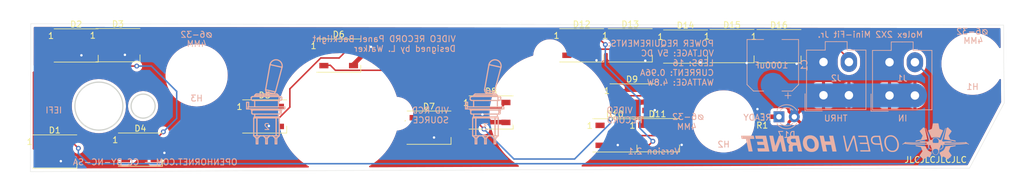
<source format=kicad_pcb>
(kicad_pcb (version 20211014) (generator pcbnew)
  (layers (0 "F.Cu" signal) (31 "B.Cu" signal) (34 "B.Paste" user) (35 "F.Paste" user) (36 "B.SilkS" user "B.Silkscreen") (37 "F.SilkS" user "F.Silkscreen") (38 "B.Mask" user) (39 "F.Mask" user) (44 "Edge.Cuts" user))
  (net 0 "")
  (net 1 "Net-(D1-Pad2)")
  (net 2 "Net-(D2-Pad2)")
  (net 3 "Net-(D3-Pad2)")
  (net 4 "Net-(D4-Pad2)")
  (net 5 "Net-(D5-Pad2)")
  (net 6 "Net-(D6-Pad2)")
  (net 7 "Net-(D7-Pad2)")
  (net 8 "Net-(D8-Pad2)")
  (net 9 "Net-(D10-Pad4)")
  (net 10 "Net-(D10-Pad2)")
  (net 11 "Net-(D11-Pad2)")
  (net 12 "Net-(D12-Pad2)")
  (net 13 "Net-(D13-Pad2)")
  (net 14 "Net-(D14-Pad2)")
  (net 15 "Net-(D15-Pad2)")
  (net 16 "/LED+5V")
  (net 17 "/LEDGND")
  (net 18 "/DATAIN")
  (net 19 "/DATAOUT")
  (net 20 "Net-(D17-Pad1)")
  (footprint "OH_Footprints:LED_WS2812B_PLCC4_5.0x5.0mm_P3.2mm" (layer "F.Cu") (at 60.616 88.6712)
    (fp_text reference "D1" (at 0 -3.5) (layer "F.SilkS"))
    (fp_text value "WS2812B")
    (fp_text user "1" (at -4.15 -1.6) (layer "F.SilkS"))
    (pad "1" smd rect (at -2.45 -1.65) (size 1.5 0.9) (layers "F.Cu" "F.Paste" "F.Mask") (net 16 "/LED+5V"))
    (pad "2" smd rect (at -2.45 1.65) (size 1.5 0.9) (layers "F.Cu" "F.Paste" "F.Mask") (net 1 "Net-(D1-Pad2)"))
    (pad "3" smd rect (at 2.45 1.65) (size 1.5 0.9) (layers "F.Cu" "F.Paste" "F.Mask") (net 17 "/LEDGND"))
    (pad "4" smd rect (at 2.45 -1.65) (size 1.5 0.9) (layers "F.Cu" "F.Paste" "F.Mask") (net 18 "/DATAIN"))
  )
  (footprint "OH_Footprints:LED_WS2812B_PLCC4_5.0x5.0mm_P3.2mm" (layer "F.Cu") (at 64.1488 71.1452)
    (fp_text reference "D2" (at 0 -3.5) (layer "F.SilkS"))
    (fp_text value "WS2812B")
    (fp_text user "1" (at -4.15 -1.6) (layer "F.SilkS"))
    (pad "1" smd rect (at -2.45 -1.65) (size 1.5 0.9) (layers "F.Cu" "F.Paste" "F.Mask") (net 16 "/LED+5V"))
    (pad "2" smd rect (at -2.45 1.65) (size 1.5 0.9) (layers "F.Cu" "F.Paste" "F.Mask") (net 2 "Net-(D2-Pad2)"))
    (pad "3" smd rect (at 2.45 1.65) (size 1.5 0.9) (layers "F.Cu" "F.Paste" "F.Mask") (net 17 "/LEDGND"))
    (pad "4" smd rect (at 2.45 -1.65) (size 1.5 0.9) (layers "F.Cu" "F.Paste" "F.Mask") (net 1 "Net-(D1-Pad2)"))
  )
  (footprint "OH_Footprints:LED_WS2812B_PLCC4_5.0x5.0mm_P3.2mm" (layer "F.Cu") (at 71.0576 71.0944)
    (fp_text reference "D3" (at 0 -3.5) (layer "F.SilkS"))
    (fp_text value "WS2812B")
    (fp_text user "1" (at -4.15 -1.6) (layer "F.SilkS"))
    (pad "1" smd rect (at -2.45 -1.65) (size 1.5 0.9) (layers "F.Cu" "F.Paste" "F.Mask") (net 16 "/LED+5V"))
    (pad "2" smd rect (at -2.45 1.65) (size 1.5 0.9) (layers "F.Cu" "F.Paste" "F.Mask") (net 3 "Net-(D3-Pad2)"))
    (pad "3" smd rect (at 2.45 1.65) (size 1.5 0.9) (layers "F.Cu" "F.Paste" "F.Mask") (net 17 "/LEDGND"))
    (pad "4" smd rect (at 2.45 -1.65) (size 1.5 0.9) (layers "F.Cu" "F.Paste" "F.Mask") (net 2 "Net-(D2-Pad2)"))
  )
  (footprint "OH_Footprints:LED_WS2812B_PLCC4_5.0x5.0mm_P3.2mm" (layer "F.Cu") (at 74.766 88.3664)
    (fp_text reference "D4" (at 0 -3.5) (layer "F.SilkS"))
    (fp_text value "WS2812B")
    (fp_text user "1" (at -4.15 -1.6) (layer "F.SilkS"))
    (pad "1" smd rect (at -2.45 -1.65) (size 1.5 0.9) (layers "F.Cu" "F.Paste" "F.Mask") (net 16 "/LED+5V"))
    (pad "2" smd rect (at -2.45 1.65) (size 1.5 0.9) (layers "F.Cu" "F.Paste" "F.Mask") (net 4 "Net-(D4-Pad2)"))
    (pad "3" smd rect (at 2.45 1.65) (size 1.5 0.9) (layers "F.Cu" "F.Paste" "F.Mask") (net 17 "/LEDGND"))
    (pad "4" smd rect (at 2.45 -1.65) (size 1.5 0.9) (layers "F.Cu" "F.Paste" "F.Mask") (net 3 "Net-(D3-Pad2)"))
  )
  (footprint "OH_Footprints:LED_WS2812B_PLCC4_5.0x5.0mm_P3.2mm" (layer "F.Cu") (at 95.3124 82.88)
    (fp_text reference "D5" (at 0 -3.5) (layer "F.SilkS"))
    (fp_text value "WS2812B")
    (fp_text user "1" (at -4.15 -1.6) (layer "F.SilkS"))
    (pad "1" smd rect (at -2.45 -1.65) (size 1.5 0.9) (layers "F.Cu" "F.Paste" "F.Mask") (net 16 "/LED+5V"))
    (pad "2" smd rect (at -2.45 1.65) (size 1.5 0.9) (layers "F.Cu" "F.Paste" "F.Mask") (net 5 "Net-(D5-Pad2)"))
    (pad "3" smd rect (at 2.45 1.65) (size 1.5 0.9) (layers "F.Cu" "F.Paste" "F.Mask") (net 17 "/LEDGND"))
    (pad "4" smd rect (at 2.45 -1.65) (size 1.5 0.9) (layers "F.Cu" "F.Paste" "F.Mask") (net 4 "Net-(D4-Pad2)"))
  )
  (footprint "OH_Footprints:LED_WS2812B_PLCC4_5.0x5.0mm_P3.2mm" (layer "F.Cu") (at 107.555 72.8216)
    (fp_text reference "D6" (at 0 -3.5) (layer "F.SilkS"))
    (fp_text value "WS2812B")
    (fp_text user "1" (at -4.15 -1.6) (layer "F.SilkS"))
    (pad "1" smd rect (at -2.45 -1.65) (size 1.5 0.9) (layers "F.Cu" "F.Paste" "F.Mask") (net 16 "/LED+5V"))
    (pad "2" smd rect (at -2.45 1.65) (size 1.5 0.9) (layers "F.Cu" "F.Paste" "F.Mask") (net 6 "Net-(D6-Pad2)"))
    (pad "3" smd rect (at 2.45 1.65) (size 1.5 0.9) (layers "F.Cu" "F.Paste" "F.Mask") (net 17 "/LEDGND"))
    (pad "4" smd rect (at 2.45 -1.65) (size 1.5 0.9) (layers "F.Cu" "F.Paste" "F.Mask") (net 5 "Net-(D5-Pad2)"))
  )
  (footprint "OH_Footprints:LED_WS2812B_PLCC4_5.0x5.0mm_P3.2mm" (layer "F.Cu") (at 122.479 84.7344)
    (fp_text reference "D7" (at 0 -3.5) (layer "F.SilkS"))
    (fp_text value "WS2812B")
    (fp_text user "1" (at -4.15 -1.6) (layer "F.SilkS"))
    (pad "1" smd rect (at -2.45 -1.65) (size 1.5 0.9) (layers "F.Cu" "F.Paste" "F.Mask") (net 16 "/LED+5V"))
    (pad "2" smd rect (at -2.45 1.65) (size 1.5 0.9) (layers "F.Cu" "F.Paste" "F.Mask") (net 7 "Net-(D7-Pad2)"))
    (pad "3" smd rect (at 2.45 1.65) (size 1.5 0.9) (layers "F.Cu" "F.Paste" "F.Mask") (net 17 "/LEDGND"))
    (pad "4" smd rect (at 2.45 -1.65) (size 1.5 0.9) (layers "F.Cu" "F.Paste" "F.Mask") (net 6 "Net-(D6-Pad2)"))
  )
  (footprint "OH_Footprints:LED_WS2812B_PLCC4_5.0x5.0mm_P3.2mm" (layer "F.Cu") (at 132.752 82.2196)
    (fp_text reference "D8" (at 0 -3.5) (layer "F.SilkS"))
    (fp_text value "WS2812B")
    (fp_text user "1" (at -4.15 -1.6) (layer "F.SilkS"))
    (pad "1" smd rect (at -2.45 -1.65) (size 1.5 0.9) (layers "F.Cu" "F.Paste" "F.Mask") (net 16 "/LED+5V"))
    (pad "2" smd rect (at -2.45 1.65) (size 1.5 0.9) (layers "F.Cu" "F.Paste" "F.Mask") (net 8 "Net-(D8-Pad2)"))
    (pad "3" smd rect (at 2.45 1.65) (size 1.5 0.9) (layers "F.Cu" "F.Paste" "F.Mask") (net 17 "/LEDGND"))
    (pad "4" smd rect (at 2.45 -1.65) (size 1.5 0.9) (layers "F.Cu" "F.Paste" "F.Mask") (net 7 "Net-(D7-Pad2)"))
  )
  (footprint "OH_Footprints:LED_WS2812B_PLCC4_5.0x5.0mm_P3.2mm" (layer "F.Cu") (at 156.046 80.2388)
    (fp_text reference "D9" (at 0 -3.5) (layer "F.SilkS"))
    (fp_text value "WS2812B")
    (fp_text user "1" (at -4.15 -1.6) (layer "F.SilkS"))
    (pad "1" smd rect (at -2.45 -1.65) (size 1.5 0.9) (layers "F.Cu" "F.Paste" "F.Mask") (net 16 "/LED+5V"))
    (pad "2" smd rect (at -2.45 1.65) (size 1.5 0.9) (layers "F.Cu" "F.Paste" "F.Mask") (net 9 "Net-(D10-Pad4)"))
    (pad "3" smd rect (at 2.45 1.65) (size 1.5 0.9) (layers "F.Cu" "F.Paste" "F.Mask") (net 17 "/LEDGND"))
    (pad "4" smd rect (at 2.45 -1.65) (size 1.5 0.9) (layers "F.Cu" "F.Paste" "F.Mask") (net 8 "Net-(D8-Pad2)"))
  )
  (footprint "OH_Footprints:LED_WS2812B_PLCC4_5.0x5.0mm_P3.2mm" (layer "F.Cu") (at 153.213 86.0044)
    (fp_text reference "D10" (at 0 -3.5) (layer "F.SilkS"))
    (fp_text value "WS2812B")
    (fp_text user "1" (at -4.15 -1.6) (layer "F.SilkS"))
    (pad "1" smd rect (at -2.45 -1.65) (size 1.5 0.9) (layers "F.Cu" "F.Paste" "F.Mask") (net 16 "/LED+5V"))
    (pad "2" smd rect (at -2.45 1.65) (size 1.5 0.9) (layers "F.Cu" "F.Paste" "F.Mask") (net 10 "Net-(D10-Pad2)"))
    (pad "3" smd rect (at 2.45 1.65) (size 1.5 0.9) (layers "F.Cu" "F.Paste" "F.Mask") (net 17 "/LEDGND"))
    (pad "4" smd rect (at 2.45 -1.65) (size 1.5 0.9) (layers "F.Cu" "F.Paste" "F.Mask") (net 9 "Net-(D10-Pad4)"))
  )
  (footprint "OH_Footprints:LED_WS2812B_PLCC4_5.0x5.0mm_P3.2mm" (layer "F.Cu") (at 160.262 85.9788)
    (fp_text reference "D11" (at 0 -3.5) (layer "F.SilkS"))
    (fp_text value "WS2812B")
    (fp_text user "1" (at -4.15 -1.6) (layer "F.SilkS"))
    (pad "1" smd rect (at -2.45 -1.65) (size 1.5 0.9) (layers "F.Cu" "F.Paste" "F.Mask") (net 16 "/LED+5V"))
    (pad "2" smd rect (at -2.45 1.65) (size 1.5 0.9) (layers "F.Cu" "F.Paste" "F.Mask") (net 11 "Net-(D11-Pad2)"))
    (pad "3" smd rect (at 2.45 1.65) (size 1.5 0.9) (layers "F.Cu" "F.Paste" "F.Mask") (net 17 "/LEDGND"))
    (pad "4" smd rect (at 2.45 -1.65) (size 1.5 0.9) (layers "F.Cu" "F.Paste" "F.Mask") (net 10 "Net-(D10-Pad2)"))
  )
  (footprint "OH_Footprints:LED_WS2812B_PLCC4_5.0x5.0mm_P3.2mm" (layer "F.Cu") (at 147.726 71.12)
    (fp_text reference "D12" (at 0 -3.5) (layer "F.SilkS"))
    (fp_text value "WS2812B")
    (fp_text user "1" (at -4.15 -1.6) (layer "F.SilkS"))
    (pad "1" smd rect (at -2.45 -1.65) (size 1.5 0.9) (layers "F.Cu" "F.Paste" "F.Mask") (net 16 "/LED+5V"))
    (pad "2" smd rect (at -2.45 1.65) (size 1.5 0.9) (layers "F.Cu" "F.Paste" "F.Mask") (net 12 "Net-(D12-Pad2)"))
    (pad "3" smd rect (at 2.45 1.65) (size 1.5 0.9) (layers "F.Cu" "F.Paste" "F.Mask") (net 17 "/LEDGND"))
    (pad "4" smd rect (at 2.45 -1.65) (size 1.5 0.9) (layers "F.Cu" "F.Paste" "F.Mask") (net 11 "Net-(D11-Pad2)"))
  )
  (footprint "OH_Footprints:LED_WS2812B_PLCC4_5.0x5.0mm_P3.2mm" (layer "F.Cu") (at 155.753 71.12)
    (fp_text reference "D13" (at 0 -3.5) (layer "F.SilkS"))
    (fp_text value "WS2812B")
    (fp_text user "1" (at -4.15 -1.6) (layer "F.SilkS"))
    (pad "1" smd rect (at -2.45 -1.65) (size 1.5 0.9) (layers "F.Cu" "F.Paste" "F.Mask") (net 16 "/LED+5V"))
    (pad "2" smd rect (at -2.45 1.65) (size 1.5 0.9) (layers "F.Cu" "F.Paste" "F.Mask") (net 13 "Net-(D13-Pad2)"))
    (pad "3" smd rect (at 2.45 1.65) (size 1.5 0.9) (layers "F.Cu" "F.Paste" "F.Mask") (net 17 "/LEDGND"))
    (pad "4" smd rect (at 2.45 -1.65) (size 1.5 0.9) (layers "F.Cu" "F.Paste" "F.Mask") (net 12 "Net-(D12-Pad2)"))
  )
  (footprint "OH_Footprints:LED_WS2812B_PLCC4_5.0x5.0mm_P3.2mm" (layer "F.Cu") (at 164.897 71.3232)
    (fp_text reference "D14" (at 0 -3.5) (layer "F.SilkS"))
    (fp_text value "WS2812B")
    (fp_text user "1" (at -4.15 -1.6) (layer "F.SilkS"))
    (pad "1" smd rect (at -2.45 -1.65) (size 1.5 0.9) (layers "F.Cu" "F.Paste" "F.Mask") (net 16 "/LED+5V"))
    (pad "2" smd rect (at -2.45 1.65) (size 1.5 0.9) (layers "F.Cu" "F.Paste" "F.Mask") (net 14 "Net-(D14-Pad2)"))
    (pad "3" smd rect (at 2.45 1.65) (size 1.5 0.9) (layers "F.Cu" "F.Paste" "F.Mask") (net 17 "/LEDGND"))
    (pad "4" smd rect (at 2.45 -1.65) (size 1.5 0.9) (layers "F.Cu" "F.Paste" "F.Mask") (net 13 "Net-(D13-Pad2)"))
  )
  (footprint "OH_Footprints:LED_WS2812B_PLCC4_5.0x5.0mm_P3.2mm" (layer "F.Cu") (at 172.579 71.2468)
    (fp_text reference "D15" (at 0 -3.5) (layer "F.SilkS"))
    (fp_text value "WS2812B")
    (fp_text user "1" (at -4.15 -1.6) (layer "F.SilkS"))
    (pad "1" smd rect (at -2.45 -1.65) (size 1.5 0.9) (layers "F.Cu" "F.Paste" "F.Mask") (net 16 "/LED+5V"))
    (pad "2" smd rect (at -2.45 1.65) (size 1.5 0.9) (layers "F.Cu" "F.Paste" "F.Mask") (net 15 "Net-(D15-Pad2)"))
    (pad "3" smd rect (at 2.45 1.65) (size 1.5 0.9) (layers "F.Cu" "F.Paste" "F.Mask") (net 17 "/LEDGND"))
    (pad "4" smd rect (at 2.45 -1.65) (size 1.5 0.9) (layers "F.Cu" "F.Paste" "F.Mask") (net 14 "Net-(D14-Pad2)"))
  )
  (footprint "OH_Footprints:LED_WS2812B_PLCC4_5.0x5.0mm_P3.2mm" (layer "F.Cu") (at 180.34 71.2724)
    (fp_text reference "D16" (at 0 -3.5) (layer "F.SilkS"))
    (fp_text value "WS2812B")
    (fp_text user "1" (at -4.15 -1.6) (layer "F.SilkS"))
    (pad "1" smd rect (at -2.45 -1.65) (size 1.5 0.9) (layers "F.Cu" "F.Paste" "F.Mask") (net 16 "/LED+5V"))
    (pad "2" smd rect (at -2.45 1.65) (size 1.5 0.9) (layers "F.Cu" "F.Paste" "F.Mask") (net 19 "/DATAOUT"))
    (pad "3" smd rect (at 2.45 1.65) (size 1.5 0.9) (layers "F.Cu" "F.Paste" "F.Mask") (net 17 "/LEDGND"))
    (pad "4" smd rect (at 2.45 -1.65) (size 1.5 0.9) (layers "F.Cu" "F.Paste" "F.Mask") (net 15 "Net-(D15-Pad2)"))
  )
  (footprint "OH_Footprints:R_0603_1608Metric" (layer "F.Cu") (at 177.572 82.931 180)
    (fp_text reference "R1" (at 0 -1.43 180) (layer "F.SilkS"))
    (fp_text value "R")
    (pad "1" smd roundrect (at -0.825 0 180) (size 0.8 0.95) (layers "F.Cu" "F.Paste" "F.Mask") (net 20 "Net-(D17-Pad1)"))
    (pad "2" smd roundrect (at 0.825 0 180) (size 0.8 0.95) (layers "F.Cu" "F.Paste" "F.Mask") (net 17 "/LEDGND"))
  )
  (footprint "OH_Backlighting:100SP3_Toggle_Silkscreen" (layer "F.Cu") (at 132.334 81.807304)
    (fp_text reference "G***" hide)
    (fp_text value "100SP3 Toggle" hide)
    (fp_text user "3" (at -0.475 2.8) (layer "B.SilkS") (effects (justify mirror)))
  )
  (footprint "OH_Backlighting:100SP1_Toggle_Silkscreen" (layer "F.Cu") (at 96.139 81.807304)
    (fp_text reference "G***" hide)
    (fp_text value "100SP1 Toggle" hide)
    (fp_text user "2" (at -0.475 2.775) (layer "B.SilkS") (effects (justify mirror)))
  )
  (footprint "OH_Backlighting:100SPX_Toggle_13mm_x_18mm" (layer "F.Cu") (at 142.494 82.423 180)
    (fp_text reference "REF**" hide)
    (fp_text value "100SPX_Toggle_13mm_x_18mm" hide)
    (pad "" np_thru_hole circle locked (at 0 0 180) (size 12.7 12.7) (drill 12.7) (layers *.Mask "F.Cu") (clearance 1))
    (pad "" np_thru_hole circle locked (at 0 0 180) (size 12.7 12.7) (drill 12.7) (layers *.Mask "B.Cu") (clearance 3.65))
    (pad "" np_thru_hole circle locked (at 0 9.525 180) (size 3.572 3.572) (drill 3.572) (layers *.Cu *.Mask) (clearance 1))
  )
  (footprint "OH_Backlighting:100SPX_Toggle_13mm_x_18mm" (layer "F.Cu") (at 107.569 82.423 90)
    (fp_text reference "REF**" hide)
    (fp_text value "100SPX_Toggle_13mm_x_18mm" hide)
    (pad "" np_thru_hole circle locked (at 0 9.525 90) (size 3.572 3.572) (drill 3.572) (layers *.Cu *.Mask) (clearance 1))
    (pad "" np_thru_hole circle locked (at 0 0 90) (size 12.7 12.7) (drill 12.7) (layers *.Mask "B.Cu") (clearance 3.658))
    (pad "" np_thru_hole circle locked (at 0 0 90) (size 12.7 12.7) (drill 12.7) (layers *.Mask "F.Cu") (clearance 1))
  )
  (footprint "OH_Backlighting:OH_Panel_6-32_PHS" (layer "F.Cu") (at 212.344 74.168)
    (fp_text reference "REF**" hide)
    (fp_text value "OH_Panel_Fastner_Keepout" hide)
    (fp_text user "⌀6-32" (at 0 -5.334) (layer "B.SilkS") (effects (justify mirror)))
    (fp_text user "H1" (at 0 3.81) (layer "B.SilkS") (effects (justify mirror)))
    (pad "" np_thru_hole circle locked (at 0 0) (size 4.3 4.3) (drill 4.3) (layers *.Cu *.Mask) (clearance 3))
  )
  (footprint "OH_Backlighting:OH_Panel_6-32_PHS" (layer "F.Cu") (at 171.196 83.693)
    (fp_text reference "REF**" hide)
    (fp_text value "OH_Panel_Fastner_Keepout" hide)
    (fp_text user "H2" (at 0 3.81) (layer "B.SilkS") (effects (justify mirror)))
    (fp_text user "⌀6-32" (at -5.842 -0.762) (layer "B.SilkS") (effects (justify mirror)))
    (pad "" np_thru_hole circle locked (at 0 0) (size 4.3 4.3) (drill 4.3) (layers *.Cu *.Mask) (clearance 3))
  )
  (footprint "OH_Backlighting:OH_Panel_6-32_PHS" (layer "F.Cu") (at 84.074 76.073)
    (fp_text reference "REF**" hide)
    (fp_text value "OH_Panel_Fastner_Keepout" hide)
    (fp_text user "H3" (at 0 3.81) (layer "B.SilkS") (effects (justify mirror)))
    (fp_text user "⌀6-32" (at 0 -6.731) (layer "B.SilkS") (effects (justify mirror)))
    (pad "" np_thru_hole circle locked (at 0 0) (size 4.3 4.3) (drill 4.3) (layers *.Cu *.Mask) (clearance 3))
  )
  (footprint "OH_Footprints:CP_Elec_8x10" (layer "B.Cu") (at 179.324 74.422 90)
    (fp_text reference "C1" (at 0 5.2 270) (layer "B.SilkS") (effects (justify mirror)))
    (fp_text value "C_Polarized")
    (pad "1" smd roundrect (at -3.25 0 90) (size 3.5 2.5) (layers "B.Cu" "B.Paste" "B.Mask") (roundrect_rratio 0.1) (net 16 "/LED+5V"))
    (pad "2" smd roundrect (at 3.25 0 90) (size 3.5 2.5) (layers "B.Cu" "B.Paste" "B.Mask") (roundrect_rratio 0.1) (net 17 "/LEDGND"))
  )
  (footprint "OH_Footprints:Molex_Mini-Fit_Jr_5566-04A_2x02_P4.20mm_Vertical" (layer "B.Cu") (at 198.619 79.414)
    (fp_text reference "J1" (at 2.1 -2.820624 180) (layer "B.SilkS") (effects (justify mirror)))
    (fp_text value "Conn_01x04_Female")
    (pad "1" thru_hole roundrect (at 0 0) (size 2.7 3.3) (drill 1.4) (layers *.Cu *.Mask) (roundrect_rratio 0.09259296296) (net 16 "/LED+5V"))
    (pad "2" thru_hole oval (at 4.2 0) (size 2.7 3.3) (drill 1.4) (layers *.Cu *.Mask) (net 16 "/LED+5V"))
    (pad "3" thru_hole oval (at 0 -5.5) (size 2.7 3.3) (drill 1.4) (layers *.Cu *.Mask) (net 17 "/LEDGND"))
    (pad "4" thru_hole oval (at 4.2 -5.5) (size 2.7 3.3) (drill 1.4) (layers *.Cu *.Mask) (net 18 "/DATAIN"))
  )
  (footprint "OH_Footprints:LED_D3.0mm" (layer "B.Cu") (at 180.34 82.931)
    (fp_text reference "D17" (at 1.27 2.96 180) (layer "B.SilkS") (effects (justify mirror)))
    (fp_text value "LED")
    (pad "1" thru_hole rect (at 0 0) (size 1.8 1.8) (drill 0.9) (layers *.Cu *.Mask) (net 20 "Net-(D17-Pad1)"))
    (pad "2" thru_hole circle (at 2.54 0) (size 1.8 1.8) (drill 0.9) (layers *.Cu *.Mask) (net 16 "/LED+5V"))
  )
  (footprint "OH_Footprints:Molex_Mini-Fit_Jr_5566-04A_2x02_P4.20mm_Vertical" (layer "B.Cu") (at 187.706 79.375)
    (fp_text reference "J2" (at 2.1 -2.820624 180) (layer "B.SilkS") (effects (justify mirror)))
    (fp_text value "Conn_01x04_Female")
    (pad "1" thru_hole roundrect (at 0 0) (size 2.7 3.3) (drill 1.4) (layers *.Cu *.Mask) (roundrect_rratio 0.09259296296) (net 16 "/LED+5V"))
    (pad "2" thru_hole oval (at 4.2 0) (size 2.7 3.3) (drill 1.4) (layers *.Cu *.Mask) (net 16 "/LED+5V"))
    (pad "3" thru_hole oval (at 0 -5.5) (size 2.7 3.3) (drill 1.4) (layers *.Cu *.Mask) (net 17 "/LEDGND"))
    (pad "4" thru_hole oval (at 4.2 -5.5) (size 2.7 3.3) (drill 1.4) (layers *.Cu *.Mask) (net 19 "/DATAOUT"))
  )
  (footprint "OH_General:OH_LOGO_37.7mm_5.9mm" (layer "B.Cu") (at 192.913 86.995 180)
    (fp_text reference "G***" hide)
    (fp_text value "LOGO" hide)
  )
  (gr_line (start 211.836 91.44) (end 56.5912 91.9988) (layer "Edge.Cuts") (width 0.05))
  (gr_line (start 217.4748 67.7672) (end 217.5764 80.6704) (layer "Edge.Cuts") (width 0.05))
  (gr_line (start 56.5912 91.9988) (end 56.642 67.564) (layer "Edge.Cuts") (width 0.05))
  (gr_line (start 56.642 67.564) (end 217.4748 67.7672) (layer "Edge.Cuts") (width 0.05))
  (gr_line (start 217.5764 80.6704) (end 211.836 91.44) (layer "Edge.Cuts") (width 0.05))
  (gr_circle (center 67.911257 81.172048) (end 71.880007 81.172048) (layer "Edge.Cuts") (width 0.2) (fill none))
  (gr_circle (center 75.222039 81.172048) (end 77.206414 81.172048) (layer "Edge.Cuts") (width 0.2) (fill none))
  (gr_text "4MM" (at 212.471 70.358) (layer "B.SilkS") (effects (font (size 1 1)) (justify mirror)))
  (gr_text "THRU" (at 189.738 83.185) (layer "B.SilkS") (effects (font (size 1 1)) (justify mirror)))
  (gr_text "VIDEO\nRECORD" (at 151.765 82.677) (layer "B.SilkS") (effects (font (size 1 1)) (justify right mirror)))
  (gr_text "4MM" (at 165.1 84.582) (layer "B.SilkS") (effects (font (size 1 1)) (justify mirror)))
  (gr_text "4MM" (at 84.074 70.866) (layer "B.SilkS") (effects (font (size 1 1)) (justify mirror)))
  (gr_text "VID RCD\nSOURCE" (at 125.857 82.677) (layer "B.SilkS") (effects (font (size 1 1)) (justify left mirror)))
  (gr_text "VIDEO RECORD Panel Backlight\nDesigned by L. Walker" (at 127 70.866) (layer "B.SilkS") (effects (font (size 1 1)) (justify left mirror)))
  (gr_text "Molex 2X2 Mini-Fit Jr." (at 195.453 69.342) (layer "B.SilkS") (effects (font (size 1 1)) (justify mirror)))
  (gr_text "READY" (at 176.784 83.058) (layer "B.SilkS") (effects (font (size 1 1)) (justify mirror)))
  (gr_text "OPENHORNET.COM - CC BY-NC-SA" (at 77.216 90.424) (layer "B.SilkS") (effects (font (size 1 1)) (justify mirror)))
  (gr_text "POWER REQUIREMENTS:\nVOLTAGE: 5V DC\nLEDS: 16\nCURRENT: 0.96A\nWATTAGE: 4.8W" (at 169.672 74.041) (layer "B.SilkS") (effects (font (size 1 1)) (justify left mirror)))
  (gr_text "IN" (at 200.787 83.185) (layer "B.SilkS") (effects (font (size 1 1)) (justify mirror)))
  (gr_text "Version 2.1" (at 159.639 88.646) (layer "B.SilkS") (effects (font (size 1 1)) (justify mirror)))
  (gr_text "1000uF" (at 179.07 74.422) (layer "B.SilkS") (effects (font (size 1 1)) (justify mirror)))
  (gr_text "IEFI" (at 60.452 81.852) (layer "B.SilkS") (effects (font (size 1 1)) (justify mirror)))
  (gr_text "JLCJLCJLCJLC" (at 206.248 90.043) (layer "F.SilkS") (effects (font (size 1 1))))
  (segment (start 58.166 89.281) (end 58.166 90.2712) (width 0.25) (layer "F.Cu") (net 1))
  (segment (start 57.0907 75.6147) (end 57.0907 88.2057) (width 0.25) (layer "F.Cu") (net 1))
  (segment (start 57.0907 88.2057) (end 58.166 89.281) (width 0.25) (layer "F.Cu") (net 1))
  (segment (start 65.151 70.993) (end 61.7124 70.993) (width 0.25) (layer "F.Cu") (net 1))
  (segment (start 61.7124 70.993) (end 57.0907 75.6147) (width 0.25) (layer "F.Cu") (net 1))
  (segment (start 66.5988 69.5452) (end 65.151 70.993) (width 0.25) (layer "F.Cu") (net 1))
  (segment (start 62.574601 71.869399) (end 71.132601 71.869399) (width 0.25) (layer "F.Cu") (net 2))
  (segment (start 61.6988 72.7452) (end 62.574601 71.869399) (width 0.25) (layer "F.Cu") (net 2))
  (segment (start 71.132601 71.869399) (end 73.5076 69.4944) (width 0.25) (layer "F.Cu") (net 2))
  (segment (start 74.168 74.549) (end 70.4622 74.549) (width 0.25) (layer "F.Cu") (net 3))
  (segment (start 77.216 86.7664) (end 78.5622 85.4202) (width 0.25) (layer "F.Cu") (net 3))
  (segment (start 70.4622 74.549) (end 68.6076 72.6944) (width 0.25) (layer "F.Cu") (net 3))
  (via (at 74.168 74.549) (size 0.8) (drill 0.4) (layers "F.Cu" "B.Cu") (net 3))
  (via (at 78.5622 85.4202) (size 0.8) (drill 0.4) (layers "F.Cu" "B.Cu") (net 3))
  (segment (start 80.772 83.2104) (end 78.5622 85.4202) (width 0.25) (layer "B.Cu") (net 3))
  (segment (start 74.168 74.549) (end 76.581 74.549) (width 0.25) (layer "B.Cu") (net 3))
  (segment (start 80.772 78.74) (end 80.772 83.2104) (width 0.25) (layer "B.Cu") (net 3))
  (segment (start 76.581 74.549) (end 80.772 78.74) (width 0.25) (layer "B.Cu") (net 3))
  (segment (start 76.6067 89.1411) (end 83.6425 82.1053) (width 0.25) (layer "F.Cu") (net 4))
  (segment (start 83.6425 82.1053) (end 95.8618 82.1053) (width 0.25) (layer "F.Cu") (net 4))
  (segment (start 72.316 89.9664) (end 73.3913 89.9664) (width 0.25) (layer "F.Cu") (net 4))
  (segment (start 73.3913 89.9664) (end 74.2166 89.1411) (width 0.25) (layer "F.Cu") (net 4))
  (segment (start 74.2166 89.1411) (end 76.6067 89.1411) (width 0.25) (layer "F.Cu") (net 4))
  (segment (start 95.8618 82.1053) (end 96.6871 81.28) (width 0.25) (layer "F.Cu") (net 4))
  (segment (start 97.7624 81.28) (end 96.6871 81.28) (width 0.25) (layer "F.Cu") (net 4))
  (segment (start 92.8624 84.48) (end 93.9377 84.48) (width 0.25) (layer "F.Cu") (net 5))
  (segment (start 99.485 81.3421) (end 99.485 78.3118) (width 0.25) (layer "F.Cu") (net 5))
  (segment (start 97.1724 83.6547) (end 99.485 81.3421) (width 0.25) (layer "F.Cu") (net 5))
  (segment (start 109.6264 71.2216) (end 107.6341 73.2139) (width 0.25) (layer "F.Cu") (net 5))
  (segment (start 110.005 71.2216) (end 109.6264 71.2216) (width 0.25) (layer "F.Cu") (net 5))
  (segment (start 94.763 83.6547) (end 97.1724 83.6547) (width 0.25) (layer "F.Cu") (net 5))
  (segment (start 107.6341 73.2139) (end 104.5829 73.2139) (width 0.25) (layer "F.Cu") (net 5))
  (segment (start 99.485 78.3118) (end 104.5829 73.2139) (width 0.25) (layer "F.Cu") (net 5))
  (segment (start 93.9377 84.48) (end 94.763 83.6547) (width 0.25) (layer "F.Cu") (net 5))
  (segment (start 106.1803 74.4216) (end 107.0056 75.2469) (width 0.25) (layer "F.Cu") (net 6))
  (segment (start 124.929 83.1344) (end 123.8537 83.1344) (width 0.25) (layer "F.Cu") (net 6))
  (segment (start 115.9662 75.2469) (end 123.8537 83.1344) (width 0.25) (layer "F.Cu") (net 6))
  (segment (start 105.105 74.4216) (end 106.1803 74.4216) (width 0.25) (layer "F.Cu") (net 6))
  (segment (start 107.0056 75.2469) (end 115.9662 75.2469) (width 0.25) (layer "F.Cu") (net 6))
  (segment (start 125.939001 87.159401) (end 129.226999 83.871403) (width 0.25) (layer "F.Cu") (net 7))
  (segment (start 129.226999 83.059599) (end 130.841997 81.444601) (width 0.25) (layer "F.Cu") (net 7))
  (segment (start 120.854001 87.159401) (end 125.939001 87.159401) (width 0.25) (layer "F.Cu") (net 7))
  (segment (start 120.029 86.3344) (end 120.854001 87.159401) (width 0.25) (layer "F.Cu") (net 7))
  (segment (start 134.376999 81.444601) (end 135.202 80.6196) (width 0.25) (layer "F.Cu") (net 7))
  (segment (start 129.226999 83.871403) (end 129.226999 83.059599) (width 0.25) (layer "F.Cu") (net 7))
  (segment (start 130.841997 81.444601) (end 134.376999 81.444601) (width 0.25) (layer "F.Cu") (net 7))
  (segment (start 152.520999 83.318001) (end 152.520999 81.078799) (width 0.25) (layer "F.Cu") (net 8))
  (segment (start 154.135997 79.463801) (end 157.670999 79.463801) (width 0.25) (layer "F.Cu") (net 8))
  (segment (start 130.302 83.8196) (end 130.4286 83.8196) (width 0.25) (layer "F.Cu") (net 8))
  (segment (start 130.4286 83.8196) (end 131.572 84.963) (width 0.25) (layer "F.Cu") (net 8))
  (segment (start 152.520999 81.078799) (end 154.135997 79.463801) (width 0.25) (layer "F.Cu") (net 8))
  (segment (start 157.670999 79.463801) (end 158.496 78.6388) (width 0.25) (layer "F.Cu") (net 8))
  (via (at 131.572 84.963) (size 0.8) (drill 0.4) (layers "F.Cu" "B.Cu") (net 8))
  (via (at 152.520999 83.318001) (size 0.8) (drill 0.4) (layers "F.Cu" "B.Cu") (net 8))
  (segment (start 136.525 89.916) (end 146.558 89.916) (width 0.25) (layer "B.Cu") (net 8))
  (segment (start 131.572 84.963) (end 136.525 89.916) (width 0.25) (layer "B.Cu") (net 8))
  (segment (start 146.558 89.916) (end 152.520999 83.953001) (width 0.25) (layer "B.Cu") (net 8))
  (segment (start 152.520999 83.953001) (end 152.520999 83.318001) (width 0.25) (layer "B.Cu") (net 8))
  (segment (start 153.596 81.8388) (end 153.596 82.3374) (width 0.25) (layer "F.Cu") (net 9))
  (segment (start 153.596 82.3374) (end 155.663 84.4044) (width 0.25) (layer "F.Cu") (net 9))
  (segment (start 162.712 84.3788) (end 161.6367 84.3788) (width 0.25) (layer "F.Cu") (net 10))
  (segment (start 159.9678 86.0477) (end 161.6367 84.3788) (width 0.25) (layer "F.Cu") (net 10))
  (segment (start 150.763 87.6044) (end 151.8383 87.6044) (width 0.25) (layer "F.Cu") (net 10))
  (segment (start 151.8383 87.6044) (end 153.395 86.0477) (width 0.25) (layer "F.Cu") (net 10))
  (segment (start 153.395 86.0477) (end 159.9678 86.0477) (width 0.25) (layer "F.Cu") (net 10))
  (segment (start 159.49155 86.97455) (end 158.8873 87.5788) (width 0.25) (layer "F.Cu") (net 11))
  (segment (start 151.638 70.993) (end 151.638 71.12) (width 0.25) (layer "F.Cu") (net 11))
  (segment (start 150.176 69.658) (end 151.638 70.993) (width 0.25) (layer "F.Cu") (net 11))
  (segment (start 150.176 69.52) (end 150.176 69.658) (width 0.25) (layer "F.Cu") (net 11))
  (segment (start 158.8873 87.5788) (end 157.812 87.5788) (width 0.25) (layer "F.Cu") (net 11))
  (via (at 151.638 70.993) (size 0.8) (drill 0.4) (layers "F.Cu" "B.Cu") (net 11))
  (via (at 159.49155 86.97455) (size 0.8) (drill 0.4) (layers "F.Cu" "B.Cu") (net 11))
  (segment (start 151.638 74.422) (end 157.353 80.137) (width 0.25) (layer "B.Cu") (net 11))
  (segment (start 157.353 84.836) (end 159.49155 86.97455) (width 0.25) (layer "B.Cu") (net 11))
  (segment (start 157.353 80.137) (end 157.353 84.836) (width 0.25) (layer "B.Cu") (net 11))
  (segment (start 151.638 70.993) (end 151.638 74.422) (width 0.25) (layer "B.Cu") (net 11))
  (segment (start 154.70689 71.755) (end 155.52639 70.9355) (width 0.25) (layer "F.Cu") (net 12))
  (segment (start 146.685 71.755) (end 154.70689 71.755) (width 0.25) (layer "F.Cu") (net 12))
  (segment (start 145.72 72.72) (end 146.685 71.755) (width 0.25) (layer "F.Cu") (net 12))
  (segment (start 145.276 72.72) (end 145.72 72.72) (width 0.25) (layer "F.Cu") (net 12))
  (segment (start 156.7875 70.9355) (end 158.203 69.52) (width 0.25) (layer "F.Cu") (net 12))
  (segment (start 155.52639 70.9355) (end 156.7875 70.9355) (width 0.25) (layer "F.Cu") (net 12))
  (segment (start 154.3783 72.72) (end 155.5273 71.571) (width 0.25) (layer "F.Cu") (net 13))
  (segment (start 167.347 69.7232) (end 166.2717 69.7232) (width 0.25) (layer "F.Cu") (net 13))
  (segment (start 153.303 72.72) (end 154.3783 72.72) (width 0.25) (layer "F.Cu") (net 13))
  (segment (start 164.4239 71.571) (end 166.2717 69.7232) (width 0.25) (layer "F.Cu") (net 13))
  (segment (start 155.5273 71.571) (end 164.4239 71.571) (width 0.25) (layer "F.Cu") (net 13))
  (segment (start 164.4241 72.0214) (end 171.5791 72.0214) (width 0.25) (layer "F.Cu") (net 14))
  (segment (start 175.029 69.6468) (end 173.9537 69.6468) (width 0.25) (layer "F.Cu") (net 14))
  (segment (start 163.5223 72.9232) (end 164.4241 72.0214) (width 0.25) (layer "F.Cu") (net 14))
  (segment (start 162.447 72.9232) (end 163.5223 72.9232) (width 0.25) (layer "F.Cu") (net 14))
  (segment (start 171.5791 72.0214) (end 173.9537 69.6468) (width 0.25) (layer "F.Cu") (net 14))
  (segment (start 172.1001 72.8468) (end 174.4492 70.4977) (width 0.25) (layer "F.Cu") (net 15))
  (segment (start 170.129 72.8468) (end 172.1001 72.8468) (width 0.25) (layer "F.Cu") (net 15))
  (segment (start 174.4492 70.4977) (end 180.8894 70.4977) (width 0.25) (layer "F.Cu") (net 15))
  (segment (start 181.7147 69.6724) (end 182.79 69.6724) (width 0.25) (layer "F.Cu") (net 15))
  (segment (start 180.8894 70.4977) (end 181.7147 69.6724) (width 0.25) (layer "F.Cu") (net 15))
  (segment (start 202.819 79.414) (end 183.046 79.414) (width 4) (layer "B.Cu") (net 16))
  (segment (start 183.046 79.414) (end 181.066 79.414) (width 4) (layer "B.Cu") (net 16))
  (segment (start 182.88 79.58) (end 183.046 79.414) (width 1.25) (layer "B.Cu") (net 16))
  (segment (start 182.88 82.931) (end 182.88 79.58) (width 1.25) (layer "B.Cu") (net 16))
  (segment (start 181.066 79.414) (end 179.324 77.672) (width 4) (layer "B.Cu") (net 16))
  (segment (start 187.96 79.629) (end 187.706 79.375) (width 0.75) (layer "B.Cu") (net 16))
  (segment (start 131.318 82.55) (end 131.318 82.55) (width 0.75) (layer "F.Cu") (net 17))
  (segment (start 112.903 71.374) (end 112.903 71.374) (width 0.75) (layer "F.Cu") (net 17))
  (segment (start 176.784 82.296) (end 176.784 81.661) (width 0.75) (layer "F.Cu") (net 17))
  (segment (start 77.216 89.9664) (end 77.6736 89.9664) (width 0.75) (layer "F.Cu") (net 17))
  (segment (start 175.006 74.041) (end 175.029 74.018) (width 0.75) (layer "F.Cu") (net 17))
  (segment (start 96.012 84.455) (end 96.037 84.48) (width 0.75) (layer "F.Cu") (net 17))
  (segment (start 66.5988 72.7452) (end 65.024 72.771) (width 0.75) (layer "F.Cu") (net 17))
  (segment (start 123.317 86.36) (end 123.343 86.3344) (width 0.75) (layer "F.Cu") (net 17))
  (segment (start 158.496 81.8388) (end 159.817 81.8388) (width 0.75) (layer "F.Cu") (net 17))
  (segment (start 132.5876 83.8196) (end 131.318 82.55) (width 0.75) (layer "F.Cu") (net 17))
  (segment (start 110.005 74.272) (end 112.903 71.374) (width 0.75) (layer "F.Cu") (net 17))
  (segment (start 73.5076 72.6944) (end 72.2126 72.6944) (width 0.75) (layer "F.Cu") (net 17))
  (segment (start 176.7845 82.2965) (end 176.7845 82.931) (width 0.25) (layer "F.Cu") (net 17))
  (segment (start 155.663 87.6044) (end 153.696 87.6044) (width 0.75) (layer "F.Cu") (net 17))
  (segment (start 162.712 87.5788) (end 164.262 87.5788) (width 0.75) (layer "F.Cu") (net 17))
  (segment (start 158.242 73.66) (end 158.203 73.621) (width 0.75) (layer "F.Cu") (net 17))
  (segment (start 110.005 74.4216) (end 110.005 74.272) (width 0.75) (layer "F.Cu") (net 17))
  (segment (start 65.024 72.771) (end 65.0498 72.7452) (width 0.75) (layer "F.Cu") (net 17))
  (segment (start 175.029 72.8468) (end 175.006 74.041) (width 0.75) (layer "F.Cu") (net 17))
  (segment (start 176.784 82.931) (end 176.784 82.296) (width 0.75) (layer "F.Cu") (net 17))
  (segment (start 176.784 82.296) (end 176.7845 82.2965) (width 0.25) (layer "F.Cu") (net 17))
  (segment (start 77.6736 89.9664) (end 78.74 88.9) (width 0.75) (layer "F.Cu") (net 17))
  (segment (start 182.79 73.697) (end 183.261 74.168) (width 0.75) (layer "F.Cu") (net 17))
  (segment (start 182.79 72.8724) (end 182.79 73.697) (width 0.75) (layer "F.Cu") (net 17))
  (segment (start 150.176 72.72) (end 150.176 73.595) (width 0.75) (layer "F.Cu") (net 17))
  (segment (start 158.203 72.72) (end 158.242 73.66) (width 0.75) (layer "F.Cu") (net 17))
  (segment (start 63.066 90.2712) (end 61.6208 90.2712) (width 0.75) (layer "F.Cu") (net 17))
  (segment (start 135.202 83.8196) (end 132.5876 83.8196) (width 0.75) (layer "F.Cu") (net 17))
  (segment (start 97.7624 84.48) (end 96.012 84.455) (width 0.75) (layer "F.Cu") (net 17))
  (segment (start 167.347 72.9232) (end 167.347 73.953) (width 0.75) (layer "F.Cu") (net 17))
  (segment (start 124.929 86.3344) (end 123.317 86.36) (width 0.75) (layer "F.Cu") (net 17))
  (via (at 159.817 81.8388) (size 0.8) (drill 0.4) (layers "F.Cu" "B.Cu") (net 17))
  (via (at 183.261 74.168) (size 0.8) (drill 0.4) (layers "F.Cu" "B.Cu") (net 17))
  (via (at 153.696 87.6044) (size 0.8) (drill 0.4) (layers "F.Cu" "B.Cu") (net 17))
  (via (at 167.347 73.953) (size 0.8) (drill 0.4) (layers "F.Cu" "B.Cu") (net 17))
  (via (at 131.318 82.55) (size 0.8) (drill 0.4) (layers "F.Cu" "B.Cu") (net 17))
  (via (at 123.317 86.36) (size 0.8) (drill 0.4) (layers "F.Cu" "B.Cu") (net 17))
  (via (at 150.176 73.595) (size 0.8) (drill 0.4) (layers "F.Cu" "B.Cu") (net 17))
  (via (at 164.262 87.5788) (size 0.8) (drill 0.4) (layers "F.Cu" "B.Cu") (net 17))
  (via (at 175.006 74.041) (size 0.8) (drill 0.4) (layers "F.Cu" "B.Cu") (net 17))
  (via (at 96.012 84.455) (size 0.8) (drill 0.4) (layers "F.Cu" "B.Cu") (net 17))
  (via (at 61.6208 90.2712) (size 0.8) (drill 0.4) (layers "F.Cu" "B.Cu") (net 17))
  (via (at 65.024 72.771) (size 0.8) (drill 0.4) (layers "F.Cu" "B.Cu") (net 17))
  (via (at 176.784 81.661) (size 0.8) (drill 0.4) (layers "F.Cu" "B.Cu") (net 17))
  (via (at 158.242 73.66) (size 0.8) (drill 0.4) (layers "F.Cu" "B.Cu") (net 17))
  (via (at 72.2126 72.6944) (size 0.8) (drill 0.4) (layers "F.Cu" "B.Cu") (net 17))
  (via (at 112.903 71.374) (size 0.8) (drill 0.4) (layers "F.Cu" "B.Cu") (net 17))
  (via (at 78.74 88.9) (size 0.8) (drill 0.4) (layers "F.Cu" "B.Cu") (net 17))
  (segment (start 63.066 87.0712) (end 63.4492 87.0712) (width 0.25) (layer "F.Cu") (net 18))
  (segment (start 63.4492 87.0712) (end 64.516 88.138) (width 0.25) (layer "F.Cu") (net 18))
  (via (at 64.516 88.138) (size 0.8) (drill 0.4) (layers "F.Cu" "B.Cu") (net 18))
  (segment (start 205.144 88.099) (end 205.144 76.239) (width 0.25) (layer "B.Cu") (net 18))
  (segment (start 205.144 76.239) (end 202.819 73.914) (width 0.25) (layer "B.Cu") (net 18))
  (segment (start 202.552 90.6914) (end 205.144 88.099) (width 0.25) (layer "B.Cu") (net 18))
  (segment (start 64.516 89.027) (end 66.1804 90.6914) (width 0.25) (layer "B.Cu") (net 18))
  (segment (start 64.516 88.138) (end 64.516 89.027) (width 0.25) (layer "B.Cu") (net 18))
  (segment (start 66.1804 90.6914) (end 202.552 90.6914) (width 0.25) (layer "B.Cu") (net 18))
  (segment (start 179.6424 71.12) (end 177.89 72.8724) (width 0.25) (layer "F.Cu") (net 19))
  (segment (start 189.611 71.12) (end 179.6424 71.12) (width 0.25) (layer "F.Cu") (net 19))
  (segment (start 191.906 73.415) (end 189.611 71.12) (width 0.25) (layer "F.Cu") (net 19))
  (segment (start 191.906 73.875) (end 191.906 73.415) (width 0.25) (layer "F.Cu") (net 19))
  (segment (start 178.3595 82.931) (end 180.34 82.931) (width 0.75) (layer "F.Cu") (net 20))
  (segment (start 178.359 82.931) (end 178.3595 82.931) (width 0.75) (layer "F.Cu") (net 20))
  (zone (net 16) (net_name "/LED+5V") (layer "F.Cu") (connect_pads (clearance 0.508)) (min_thickness 0.254) (fill yes (thermal_gap 0.508) (thermal_bridge_width 0.508))
    (polygon (pts (xy 220.091 65.786) (xy 220.345 95.631) (xy 52.832 94.488) (xy 52.705 64.897)))
  )
  (zone (net 17) (net_name "/LEDGND") (layer "B.Cu") (connect_pads yes (clearance 0.508)) (min_thickness 0.254) (fill yes (thermal_gap 0.508) (thermal_bridge_width 0.508))
    (polygon (pts (xy 220.091 65.405) (xy 220.853 95.885) (xy 51.816 94.996) (xy 51.562 63.627)))
  )
)
</source>
